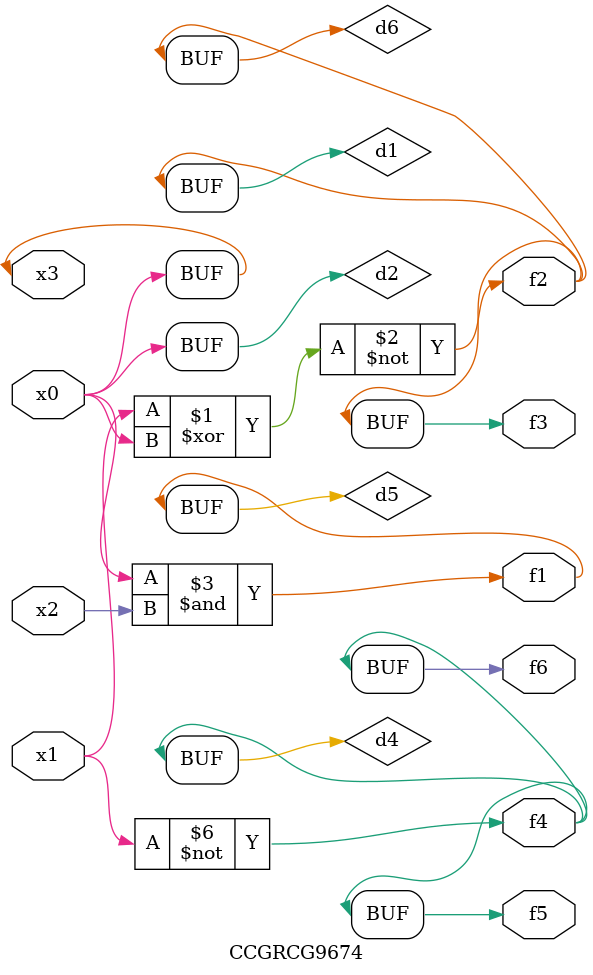
<source format=v>
module CCGRCG9674(
	input x0, x1, x2, x3,
	output f1, f2, f3, f4, f5, f6
);

	wire d1, d2, d3, d4, d5, d6;

	xnor (d1, x1, x3);
	buf (d2, x0, x3);
	nand (d3, x0, x2);
	not (d4, x1);
	nand (d5, d3);
	or (d6, d1);
	assign f1 = d5;
	assign f2 = d6;
	assign f3 = d6;
	assign f4 = d4;
	assign f5 = d4;
	assign f6 = d4;
endmodule

</source>
